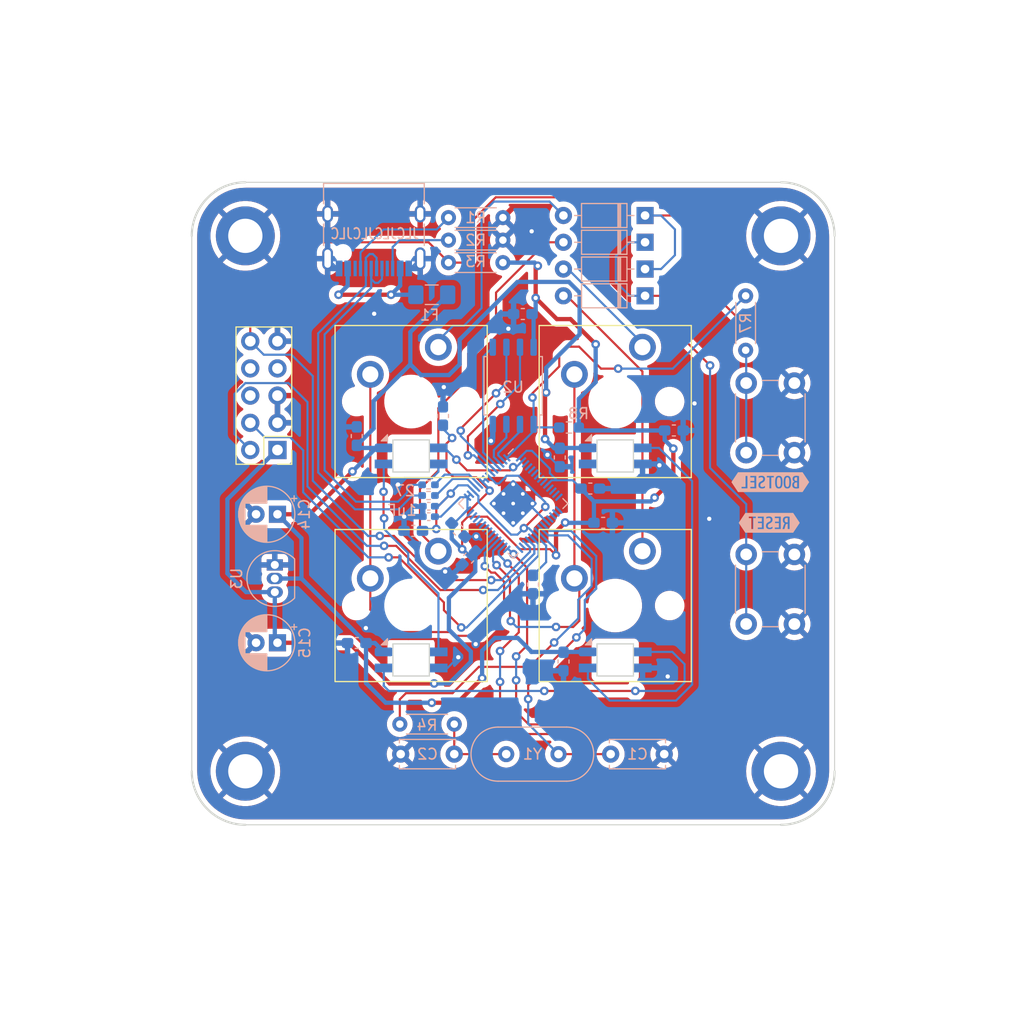
<source format=kicad_pcb>
(kicad_pcb (version 20211014) (generator pcbnew)
  (layers (0 "F.Cu" signal) (31 "B.Cu" signal) (34 "B.Paste" user) (35 "F.Paste" user) (36 "B.SilkS" user "B.Silkscreen") (37 "F.SilkS" user "F.Silkscreen") (38 "B.Mask" user) (39 "F.Mask" user) (44 "Edge.Cuts" user))
  (net 0 "")
  (net 1 "Net-(C1-Pad1)")
  (net 2 "GND")
  (net 3 "Net-(C2-Pad2)")
  (net 4 "+3V3")
  (net 5 "+1V1")
  (net 6 "+5V")
  (net 7 "Net-(D1-Pad2)")
  (net 8 "Net-(D1-Pad4)")
  (net 9 "Net-(D2-Pad4)")
  (net 10 "Net-(D3-Pad4)")
  (net 12 "ROW0")
  (net 13 "ROW1")
  (net 14 "VBUS")
  (net 15 "Net-(J1-PadA5)")
  (net 16 "D+")
  (net 17 "D-")
  (net 19 "Net-(J1-PadB5)")
  (net 21 "SWDIO")
  (net 22 "SWCLK")
  (net 26 "RESET")
  (net 27 "Net-(R4-Pad2)")
  (net 28 "Net-(R5-Pad1)")
  (net 29 "Net-(R6-Pad2)")
  (net 30 "FlashCS")
  (net 31 "Net-(R7-Pad2)")
  (net 32 "COL0")
  (net 33 "COL1")
  (net 34 "FlashIO1")
  (net 35 "FlashIO2")
  (net 36 "FlashIO0")
  (net 37 "FlashCLK")
  (net 38 "FlashIO3")
  (net 64 "Net-(D5-Pad2)")
  (net 65 "Net-(D6-Pad2)")
  (net 66 "Net-(D7-Pad2)")
  (net 67 "Net-(D8-Pad2)")
  (footprint "Switch_Keyboard_Cherry_MX:SW_Cherry_MX_PCB_1.00u" (layer "F.Cu") (at 139.525 120.475)
    (fp_text reference "SW5" hide)
    (fp_text value "SW_SPST")
  )
  (footprint "Switch_Keyboard_Cherry_MX:SW_Cherry_MX_PCB_1.00u" (layer "F.Cu") (at 120.475 120.475)
    (fp_text reference "SW3" hide)
    (fp_text value "SW_SPST")
  )
  (footprint "Connector_PinHeader_2.54mm:PinHeader_2x05_P2.54mm_Vertical" (layer "F.Cu") (at 108 125 180)
    (fp_text reference "J2" hide)
    (fp_text value "Conn_ARM_JTAG_SWD_10")
  )
  (footprint "MountingHole:MountingHole_3.2mm_M3_ISO14580_Pad" (layer "F.Cu") (at 105 155)
    (fp_text reference "REF**" hide)
    (fp_text value "MountingHole_3.2mm_M3_ISO14580_Pad")
  )
  (footprint "MountingHole:MountingHole_3.2mm_M3_ISO14580_Pad" (layer "F.Cu") (at 105 105)
    (fp_text reference "REF**" hide)
    (fp_text value "MountingHole_3.2mm_M3_ISO14580_Pad")
  )
  (footprint "MountingHole:MountingHole_3.2mm_M3_ISO14580_Pad" (layer "F.Cu") (at 155 155)
    (fp_text reference "REF**" hide)
    (fp_text value "MountingHole_3.2mm_M3_ISO14580_Pad")
  )
  (footprint "Switch_Keyboard_Cherry_MX:SW_Cherry_MX_PCB_1.00u" (layer "F.Cu") (at 120.475 139.525)
    (fp_text reference "SW4" hide)
    (fp_text value "SW_SPST")
  )
  (footprint "Switch_Keyboard_Cherry_MX:SW_Cherry_MX_PCB_1.00u" (layer "F.Cu") (at 139.525 139.525)
    (fp_text reference "SW6" hide)
    (fp_text value "SW_SPST")
  )
  (footprint "MountingHole:MountingHole_3.2mm_M3_ISO14580_Pad" (layer "F.Cu") (at 155 105)
    (fp_text reference "REF**" hide)
    (fp_text value "MountingHole_3.2mm_M3_ISO14580_Pad")
  )
  (footprint "Diode_THT:D_DO-35_SOD27_P7.62mm_Horizontal" (layer "B.Cu") (at 142.31 105.6 180)
    (fp_text reference "D6" hide)
    (fp_text value "1N4148")
  )
  (footprint "Capacitor_SMD:C_0603_1608Metric_Pad1.08x0.95mm_HandSolder" (layer "B.Cu") (at 134.7 144.75 -90)
    (fp_text reference "C18" hide)
    (fp_text value "100nF")
  )
  (footprint "Keebio:SK6812-MINI-E-mx" (layer "B.Cu") (at 139.525 139.525 180)
    (fp_text reference "D3" hide)
    (fp_text value "SK6812" hide)
    (fp_line (start -1.7 -6.58) (end -1.7 -3.58) (layer "Edge.Cuts") (width 0.12))
    (fp_line (start 1.7 -6.58) (end -1.7 -6.58) (layer "Edge.Cuts") (width 0.12))
    (fp_line (start -1.7 -3.58) (end 1.7 -3.58) (layer "Edge.Cuts") (width 0.12))
    (fp_line (start 1.7 -3.58) (end 1.7 -6.58) (layer "Edge.Cuts") (width 0.12))
  )
  (footprint "Diode_THT:D_DO-35_SOD27_P7.62mm_Horizontal" (layer "B.Cu") (at 142.31 110.6 180)
    (fp_text reference "D8" hide)
    (fp_text value "1N4148")
  )
  (footprint "Button_Switch_THT:SW_PUSH_6mm_H5mm" (layer "B.Cu") (at 156.25 141.25 90)
    (fp_text reference "SW1" hide)
    (fp_text value "SW_Push")
  )
  (footprint "Resistor_THT:R_Axial_DIN0204_L3.6mm_D1.6mm_P5.08mm_Horizontal" (layer "B.Cu") (at 124.5 150.6 180)
    (fp_text reference "R4")
    (fp_text value "1k")
  )
  (footprint "Capacitor_THT:CP_Radial_D5.0mm_P2.00mm" (layer "B.Cu") (at 108 131 180)
    (fp_text reference "C14")
    (fp_text value "10uF")
  )
  (footprint "Resistor_SMD:R_0402_1005Metric_Pad0.72x0.64mm_HandSolder" (layer "B.Cu") (at 122.1 128.25 180)
    (fp_text reference "R5" hide)
    (fp_text value "27")
  )
  (footprint "Fuse:Fuse_1206_3216Metric_Pad1.42x1.75mm_HandSolder" (layer "B.Cu") (at 122.4 110.5 180)
    (fp_text reference "F1")
    (fp_text value "PTC 500mA")
  )
  (footprint "Diode_THT:D_DO-35_SOD27_P7.62mm_Horizontal" (layer "B.Cu") (at 142.31 108.1 180)
    (fp_text reference "D7" hide)
    (fp_text value "1N4148")
  )
  (footprint "Capacitor_THT:C_Disc_D5.0mm_W2.5mm_P5.00mm" (layer "B.Cu") (at 119.5 153.4)
    (fp_text reference "C2")
    (fp_text value "27pF")
  )
  (footprint "Capacitor_SMD:C_0603_1608Metric_Pad1.08x0.95mm_HandSolder" (layer "B.Cu") (at 115.4 143.025)
    (fp_text reference "C17" hide)
    (fp_text value "100nF")
  )
  (footprint "Capacitor_SMD:C_0603_1608Metric_Pad1.08x0.95mm_HandSolder" (layer "B.Cu") (at 125.85 135.1 -135)
    (fp_text reference "C5" hide)
    (fp_text value "100nF")
  )
  (footprint "Connector_USB:USB_C_Receptacle_HRO_TYPE-C-31-M-12" (layer "B.Cu") (at 117 104)
    (fp_text reference "J1" hide)
    (fp_text value "USB_C_Receptacle_USB2.0")
  )
  (footprint "Capacitor_SMD:C_0603_1608Metric_Pad1.08x0.95mm_HandSolder" (layer "B.Cu") (at 123.45 121.825 90)
    (fp_text reference "C12" hide)
    (fp_text value "100nF")
  )
  (footprint "Resistor_SMD:R_0603_1608Metric_Pad0.98x0.95mm_HandSolder" (layer "B.Cu") (at 135.2125 122.9 180)
    (fp_text reference "R8")
    (fp_text value "DNF")
  )
  (footprint "MCU_RaspberryPi_and_Boards:RP2040-QFN-56" (layer "B.Cu") (at 130 130 -135)
    (fp_text reference "U1" hide)
    (fp_text value "RP2040")
  )
  (footprint "Crystal:Crystal_HC49-4H_Vertical" (layer "B.Cu") (at 129.35 153.4)
    (fp_text reference "Y1")
    (fp_text value "12MHz")
  )
  (footprint "Capacitor_SMD:C_0402_1005Metric_Pad0.74x0.62mm_HandSolder" (layer "B.Cu") (at 122.125 130.25 180)
    (fp_text reference "C4" hide)
    (fp_text value "1uF")
  )
  (footprint "Resistor_THT:R_Axial_DIN0204_L3.6mm_D1.6mm_P5.08mm_Horizontal" (layer "B.Cu") (at 151.7 110.6 -90)
    (fp_text reference "R7")
    (fp_text value "1k")
  )
  (footprint "kibuzzard-6390E1A9" (layer "B.Cu") (at 153.9 131.8 180)
    (fp_text reference "kibuzzard-6390E1A9" hide)
    (fp_text value "G***" hide)
  )
  (footprint "Capacitor_SMD:C_0603_1608Metric_Pad1.08x0.95mm_HandSolder" (layer "B.Cu") (at 138.4 131.8)
    (fp_text reference "C11" hide)
    (fp_text value "100nF")
  )
  (footprint "Keebio:SK6812-MINI-E-mx" (layer "B.Cu") (at 120.475 120.475 180)
    (fp_text reference "D1" hide)
    (fp_text value "SK6812" hide)
    (fp_line (start -1.7 -3.58) (end 1.7 -3.58) (layer "Edge.Cuts") (width 0.12))
    (fp_line (start -1.7 -6.58) (end -1.7 -3.58) (layer "Edge.Cuts") (width 0.12))
    (fp_line (start 1.7 -3.58) (end 1.7 -6.58) (layer "Edge.Cuts") (width 0.12))
    (fp_line (start 1.7 -6.58) (end -1.7 -6.58) (layer "Edge.Cuts") (width 0.12))
  )
  (footprint "Package_TO_SOT_THT:TO-92_Inline" (layer "B.Cu") (at 107.75 135.73 -90)
    (fp_text reference "U3")
    (fp_text value "MCP1700-3302E_TO92")
  )
  (footprint "Capacitor_THT:CP_Radial_D5.0mm_P2.00mm" (layer "B.Cu") (at 108 143 180)
    (fp_text reference "C15")
    (fp_text value "10uF")
  )
  (footprint "Capacitor_SMD:C_0603_1608Metric_Pad1.08x0.95mm_HandSolder" (layer "B.Cu") (at 137.2 128.6)
    (fp_text reference "C9" hide)
    (fp_text value "100nF")
  )
  (footprint "Capacitor_SMD:C_0402_1005Metric_Pad0.74x0.62mm_HandSolder" (layer "B.Cu") (at 122.125 131.225 180)
    (fp_text reference "C3" hide)
    (fp_text value "1uF")
  )
  (footprint "Capacitor_SMD:C_0603_1608Metric_Pad1.08x0.95mm_HandSolder" (layer "B.Cu") (at 134.35 125.7 -90)
    (fp_text reference "C19" hide)
    (fp_text value "100nF")
  )
  (footprint "Resistor_SMD:R_0402_1005Metric_Pad0.72x0.64mm_HandSolder" (layer "B.Cu") (at 122.1 129.25)
    (fp_text reference "R6" hide)
    (fp_text value "27")
  )
  (footprint "Capacitor_SMD:C_0603_1608Metric_Pad1.08x0.95mm_HandSolder" (layer "B.Cu") (at 130.9 112.3 180)
    (fp_text reference "C13" hide)
    (fp_text value "100nF")
  )
  (footprint "Resistor_THT:R_Axial_DIN0204_L3.6mm_D1.6mm_P5.08mm_Horizontal" (layer "B.Cu") (at 123.96 107.5)
    (fp_text reference "R3")
    (fp_text value "10k")
  )
  (footprint "Capacitor_SMD:C_0603_1608Metric_Pad1.08x0.95mm_HandSolder" (layer "B.Cu") (at 124.875 132.475 -45)
    (fp_text reference "C10" hide)
    (fp_text value "100nF")
  )
  (footprint "Keebio:SK6812-MINI-E-mx" (layer "B.Cu") (at 120.475 139.525 180)
    (fp_text reference "D2" hide)
    (fp_text value "SK6812" hide)
    (fp_line (start 1.7 -3.58) (end 1.7 -6.58) (layer "Edge.Cuts") (width 0.12))
    (fp_line (start -1.7 -6.58) (end -1.7 -3.58) (layer "Edge.Cuts") (width 0.12))
    (fp_line (start 1.7 -6.58) (end -1.7 -6.58) (layer "Edge.Cuts") (width 0.12))
    (fp_line (start -1.7 -3.58) (end 1.7 -3.58) (layer "Edge.Cuts") (width 0.12))
  )
  (footprint "Package_SO:SOIC-8_5.23x5.23mm_P1.27mm" (layer "B.Cu") (at 130 119 90)
    (fp_text reference "U2")
    (fp_text value "W25Q128JVS")
  )
  (footprint "Button_Switch_THT:SW_PUSH_6mm_H5mm" (layer "B.Cu") (at 156.25 125.25 90)
    (fp_text reference "SW2" hide)
    (fp_text value "SW_Push")
  )
  (footprint "Capacitor_SMD:C_0603_1608Metric_Pad1.08x0.95mm_HandSolder" (layer "B.Cu") (at 145 123.175)
    (fp_text reference "C7" hide)
    (fp_text value "100nF")
  )
  (footprint "Capacitor_SMD:C_0603_1608Metric_Pad1.08x0.95mm_HandSolder" (layer "B.Cu") (at 120.675 132.55 180)
    (fp_text reference "C6" hide)
    (fp_text value "100nF")
  )
  (footprint "Capacitor_THT:C_Disc_D5.0mm_W2.5mm_P5.00mm" (layer "B.Cu") (at 139.1 153.4)
    (fp_text reference "C1")
    (fp_text value "27pF")
  )
  (footprint "Resistor_THT:R_Axial_DIN0204_L3.6mm_D1.6mm_P5.08mm_Horizontal" (layer "B.Cu") (at 129.04 103.3 180)
    (fp_text reference "R1")
    (fp_text value "5.1k")
  )
  (footprint "Keebio:SK6812-MINI-E-mx" (layer "B.Cu") (at 139.525 120.475 180)
    (fp_text reference "D4" hide)
    (fp_text value "SK6812" hide)
    (fp_line (start -1.7 -3.58) (end 1.7 -3.58) (layer "Edge.Cuts") (width 0.12))
    (fp_line (start -1.7 -6.58) (end -1.7 -3.58) (layer "Edge.Cuts") (width 0.12))
    (fp_line (start 1.7 -6.58) (end -1.7 -6.58) (layer "Edge.Cuts") (width 0.12))
    (fp_line (start 1.7 -3.58) (end 1.7 -6.58) (layer "Edge.Cuts") (width 0.12))
  )
  (footprint "Capacitor_SMD:C_0603_1608Metric_Pad1.08x0.95mm_HandSolder" (layer "B.Cu") (at 115.4 123.7 -90)
    (fp_text reference "C16" hide)
    (fp_text value "100nF")
  )
  (footprint "Resistor_THT:R_Axial_DIN0204_L3.6mm_D1.6mm_P5.08mm_Horizontal" (layer "B.Cu") (at 129.04 105.4 180)
    (fp_text reference "R2")
    (fp_text value "5.1k")
  )
  (footprint "Capacitor_SMD:C_0603_1608Metric_Pad1.08x0.95mm_HandSolder" (layer "B.Cu") (at 131.85 137.5625 -90)
    (fp_text reference "C8" hide)
    (fp_text value "100nF")
  )
  (footprint "Diode_THT:D_DO-35_SOD27_P7.62mm_Horizontal" (layer "B.Cu") (at 142.31 103.1 180)
    (fp_text reference "D5" hide)
    (fp_text value "1N4148")
  )
  (footprint "kibuzzard-6390E1BA" (layer "B.Cu") (at 154 128 180)
    (fp_text reference "kibuzzard-6390E1BA" hide)
    (fp_text value "G***" hide)
  )
  (gr_arc (start 155 100) (mid 158.535534 101.464466) (end 160 105) (layer "Edge.Cuts") (width 0.2))
  (gr_arc (start 160 155) (mid 158.535534 158.535534) (end 155 160) (layer "Edge.Cuts") (width 0.2))
  (gr_line (start 105 100) (end 155 100) (layer "Edge.Cuts") (width 0.1))
  (gr_line (start 100 155) (end 100 105) (layer "Edge.Cuts") (width 0.1))
  (gr_line (start 155 160) (end 105 160) (layer "Edge.Cuts") (width 0.1))
  (gr_line (start 160 105) (end 160 155) (layer "Edge.Cuts") (width 0.1))
  (gr_arc (start 105 160) (mid 101.464466 158.535534) (end 100 155) (layer "Edge.Cuts") (width 0.2))
  (gr_arc (start 100 105) (mid 101.464466 101.464466) (end 105 100) (layer "Edge.Cuts") (width 0.2))
  (gr_text "JLCJLCJLCJLC" (at 117.075 104.8) (layer "B.SilkS") (effects (font (size 1 0.8)) (justify mirror)))
  (segment (start 135.9 142.5) (end 131.4 147) (width 0.2) (layer "F.Cu") (net 1))
  (segment (start 131.4 147) (end 131.4 148.25) (width 0.2) (layer "F.Cu") (net 1))
  (segment (start 134.23 153.4) (end 139.1 153.4) (width 0.2) (layer "F.Cu") (net 1))
  (via (at 135.9 142.5) (size 0.8) (drill 0.4) (layers "F.Cu" "B.Cu") (net 1))
  (via (at 131.4 148.25) (size 0.8) (drill 0.4) (layers "F.Cu" "B.Cu") (net 1))
  (segment (start 137.75 134.9) (end 137.75 137.95) (width 0.2) (layer "B.Cu") (net 1))
  (segment (start 137.75 137.95) (end 136.9625 138.7375) (width 0.2) (layer "B.Cu") (net 1))
  (segment (start 136.6875 141.7125) (end 135.9 142.5) (width 0.2) (layer "B.Cu") (net 1))
  (segment (start 132.854944 132.006415) (end 133.399264 132.550736) (width 0.2) (layer "B.Cu") (net 1))
  (segment (start 136.9625 138.7375) (end 136.6875 139.0125) (width 0.2) (layer "B.Cu") (net 1))
  (segment (start 131.4 150.57) (end 134.23 153.4) (width 0.2) (layer "B.Cu") (net 1))
  (segment (start 136.6875 139.0125) (end 136.6875 141.7125) (width 0.2) (layer "B.Cu") (net 1))
  (segment (start 133.399264 132.550736) (end 135.400736 132.550736) (width 0.2) (layer "B.Cu") (net 1))
  (segment (start 135.400736 132.550736) (end 137.75 134.9) (width 0.2) (layer "B.Cu") (net 1))
  (segment (start 131.4 148.25) (end 131.4 150.57) (width 0.2) (layer "B.Cu") (net 1))
  (segment (start 125.45 136.35) (end 123.65 136.35) (width 0.2) (layer "F.Cu") (net 2))
  (segment (start 126.825 133.35) (end 126.825 134.975) (width 0.2) (layer "F.Cu") (net 2))
  (segment (start 120.225 142.65) (end 118.325 142.65) (width 0.2) (layer "F.Cu") (net 2))
  (segment (start 126.825 134.975) (end 126.825 135.1) (width 0.2) (layer "F.Cu") (net 2))
  (segment (start 126.825 134.975) (end 125.45 136.35) (width 0.2) (layer "F.Cu") (net 2))
  (segment (start 124.875 144.35) (end 123.175 142.65) (width 0.2) (layer "F.Cu") (net 2))
  (segment (start 118.325 142.65) (end 117.275 142.65) (width 0.2) (layer "F.Cu") (net 2))
  (segment (start 117.275 142.65) (end 116.25 141.625) (width 0.2) (layer "F.Cu") (net 2))
  (segment (start 126.55 133.075) (end 126.825 133.35) (width 0.2) (layer "F.Cu") (net 2))
  (segment (start 123.175 142.65) (end 120.225 142.65) (width 0.2) (layer "F.Cu") (net 2))
  (via (at 119.25 128.225) (size 0.8) (drill 0.4) (layers "F.Cu" "B.Cu") (net 2))
  (via (at 131.725 104.575) (size 0.8) (drill 0.4) (layers "F.Cu" "B.Cu") (net 2))
  (via (at 129.55 113.675) (size 0.8) (drill 0.4) (layers "F.Cu" "B.Cu") (net 2))
  (via (at 127.925 124.15) (size 0.8) (drill 0.4) (layers "F.Cu" "B.Cu") (net 2))
  (via (at 148.3 131.425) (size 0.8) (drill 0.4) (layers "F.Cu" "B.Cu") (net 2))
  (via (at 126.55 133.075) (size 0.8) (drill 0.4) (layers "F.Cu" "B.Cu") (net 2))
  (via (at 126.5 143.125) (size 0.8) (drill 0.4) (layers "F.Cu" "B.Cu") (net 2))
  (via (at 143.65 126.425) (size 0.8) (drill 0.4) (layers "F.Cu" "B.Cu") (net 2))
  (via (at 119.825 131.225) (size 0.8) (drill 0.4) (layers "F.Cu" "B.Cu") (net 2))
  (via (at 124.875 144.35) (size 0.8) (drill 0.4) (layers "F.Cu" "B.Cu") (net 2))
  (via (at 123.65 136.35) (size 0.8) (drill 0.4) (layers "F.Cu" "B.Cu") (net 2))
  (via (at 116.25 141.625) (size 0.8) (drill 0.4) (layers "F.Cu" "B.Cu") (net 2))
  (via (at 133.2 125.45) (size 0.8) (drill 0.4) (layers "F.Cu" "B.Cu") (net 2))
  (via (at 123.525 119.125) (size 0.8) (drill 0.4) (layers "F.Cu" "B.Cu") (net 2))
  (via (at 117.025 112.275) (size 0.8) (drill 0.4) (layers "F.Cu" "B.Cu") (net 2))
  (via (at 146.925 120.65) (size 0.8) (drill 0.4) (layers "F.Cu" "B.Cu") (net 2))
  (via (at 144.425 146.15) (size 0.8) (drill 0.4) (layers "F.Cu" "B.Cu") (net 2))
  (segment (start 123.65 136.35) (end 124.6 136.35) (width 0.2) (layer "B.Cu") (net 2))
  (segment (start 123.87 145.355) (end 124.875 144.35) (width 0.2) (layer "B.Cu") (net 2))
  (segment (start 134.35 126.5625) (end 134.3125 126.5625) (width 0.2) (layer "B.Cu") (net 2))
  (segment (start 113.75 108.045) (end 113.595 108.045) (width 0.2) (layer "B.Cu") (net 2))
  (segment (start 122.225 136.35) (end 120.9 135.025) (width 0.2) (layer "B.Cu") (net 2))
  (segment (start 123.65 136.35) (end 122.225 136.35) (width 0.2) (layer "B.Cu") (net 2))
  (segment (start 120.405 108.045) (end 121.32 107.13) (width 0.2) (layer "B.Cu") (net 2))
  (segment (start 123.025 126.305) (end 123.025 127.025) (width 0.2) (layer "B.Cu") (net 2))
  (segment (start 134.3125 126.5625) (end 133.2 125.45) (width 0.2) (layer "B.Cu") (net 2))
  (segment (start 133.137786 131.723573) (end 131.414213 130) (width 0.2) (layer "B.Cu") (net 2))
  (segment (start 125.49476 133.075) (end 126.55 133.075) (width 0.2) (layer "B.Cu") (net 2))
  (segment (start 131.414213 130) (end 130 130) (width 0.2) (layer "B.Cu") (net 2))
  (segment (start 120.9 135.025) (end 120.9 133.6375) (width 0.2) (layer "B.Cu") (net 2))
  (segment (start 120.325 127.625) (end 119.85 127.625) (width 0.2) (layer "B.Cu") (net 2))
  (segment (start 120.25 108.045) (end 120.405 108.045) (width 0.2) (layer "B.Cu") (net 2))
  (segment (start 123.025 127.025) (end 122.675 127.375) (width 0.2) (layer "B.Cu") (net 2))
  (segment (start 113.595 108.045) (end 112.68 107.13) (width 0.2) (layer "B.Cu") (net 2))
  (segment (start 125.48488 133.08488) (end 125.49476 133.075) (width 0.2) (layer "B.Cu") (net 2))
  (segment (start 124.6 136.35) (end 125.24012 135.70988) (width 0.2) (layer "B.Cu") (net 2))
  (segment (start 122.425 127.625) (end 120.325 127.625) (width 0.2) (layer "B.Cu") (net 2))
  (segment (start 119.85 127.625) (end 119.25 128.225) (width 0.2) (layer "B.Cu") (net 2))
  (segment (start 122.675 127.375) (end 122.425 127.625) (width 0.2) (layer "B.Cu") (net 2))
  (segment (start 120.9 133.6375) (end 119.8125 132.55) (width 0.2) (layer "B.Cu") (net 2))
  (segment (start 123.025 145.355) (end 123.87 145.355) (width 0.2) (layer "B.Cu") (net 2))
  (segment (start 124.5 153.4) (end 124.5 150.6) (width 0.2) (layer "F.Cu") (net 3))
  (segment (start 124.5 153.4) (end 129.35 153.4) (width 0.2) (layer "F.Cu") (net 3))
  (segment (start 130.6125 134.2625) (end 127.575 131.225) (width 0.2) (layer "F.Cu") (net 4))
  (segment (start 123.775 126.9) (end 123.775 125.175) (width 0.2) (layer "F.Cu") (net 4))
  (segment (start 127.575 131.225) (end 125.775 131.225) (width 0.2) (layer "F.Cu") (net 4))
  (segment (start 125.775 130.825) (end 125.775 131.225) (width 0.2) (layer "F.Cu") (net 4))
  (segment (start 133.4375 134.2625) (end 130.6125 134.2625) (width 0.2) (layer "F.Cu") (net 4))
  (segment (start 118.475 146.8) (end 122.625 146.8) (width 0.4) (layer "F.Cu") (net 4))
  (segment (start 135.35 112.775) (end 134.075 112.775) (width 0.4) (layer "F.Cu") (net 4))
  (segment (start 124.425 127.55) (end 123.775 126.9) (width 0.2) (layer "F.Cu") (net 4))
  (segment (start 134 134.825) (end 133.4375 134.2625) (width 0.2) (layer "F.Cu") (net 4))
  (segment (start 123.775 124.4) (end 124.3 123.875) (width 0.2) (layer "F.Cu") (net 4))
  (segment (start 123.775 125.175) (end 123.775 124.4) (width 0.2) (layer "F.Cu") (net 4))
  (segment (start 134.85 131.775) (end 134 132.625) (width 0.4) (layer "F.Cu") (net 4))
  (segment (start 132.1 108) (end 132.1 110.8) (width 0.4) (layer "F.Cu") (net 4))
  (segment (start 132.3 107.8) (end 132.1 108) (width 0.4) (layer "F.Cu") (net 4))
  (segment (start 143.2 129.45) (end 144.95 127.7) (width 0.4) (layer "F.Cu") (net 4))
  (segment (start 127.8 128.8) (end 126.55 127.55) (width 0.2) (layer "F.Cu") (net 4))
  (segment (start 144.95 127.7) (end 144.95 124.875) (width 0.4) (layer "F.Cu") (net 4))
  (segment (start 127.8 128.8) (end 125.775 130.825) (width 0.2) (layer "F.Cu") (net 4))
  (segment (start 134 132.625) (end 134 134.825) (width 0.4) (layer "F.Cu") (net 4))
  (segment (start 114.675 143) (end 118.475 146.8) (width 0.4) (layer "F.Cu") (net 4))
  (segment (start 126.55 127.55) (end 124.425 127.55) (width 0.2) (layer "F.Cu") (net 4))
  (segment (start 125.2375 131.7625) (end 125.2375 134.2625) (width 0.2) (layer "F.Cu") (net 4))
  (segment (start 108 143) (end 114.675 143) (width 0.4) (layer "F.Cu") (net 4))
  (segment (start 134.075 112.775) (end 132.1 110.8) (width 0.4) (layer "F.Cu") (net 4))
  (segment (start 125.775 131.225) (end 125.2375 131.7625) (width 0.2) (layer "F.Cu") (net 4))
  (segment (start 137.7 115.125) (end 135.35 112.775) (width 0.4) (layer "F.Cu") (net 4))
  (via (at 134 134.825) (size 0.8) (drill 0.4) (layers "F.Cu" "B.Cu") (net 4))
  (via (at 125.2375 134.2625) (size 0.8) (drill 0.4) (layers "F.Cu" "B.Cu") (net 4))
  (via (at 132.3 107.8) (size 0.8) (drill 0.4) (layers "F.Cu" "B.Cu") (net 4))
  (via (at 124.3 123.875) (size 0.8) (drill 0.4) (layers "F.Cu" "B.Cu") (net 4))
  (via (at 143.2 129.45) (size 0.8) (drill 0.4) (layers "F.Cu" "B.Cu") (net 4))
  (via (at 144.95 124.875) (size 0.8) (drill 0.4) (layers "F.Cu" "B.Cu") (net 4))
  (via (at 134.85 131.775) (size 0.8) (drill 0.4) (layers "F.Cu" "B.Cu") (net 4))
  (via (at 122.625 146.8) (size 0.8) (drill 0.4) (layers "F.Cu" "B.Cu") (net 4))
  (via (at 132.1 110.8) (size 0.8) (drill 0.4) (layers "F.Cu" "B.Cu") (net 4))
  (via (at 127.8 128.8) (size 0.8) (drill 0.4) (layers "F.Cu" "B.Cu") (net 4))
  (via (at 137.7 115.125) (size 0.8) (drill 0.4) (layers "F.Cu" "B.Cu") (net 4))
  (segment (start 137.5375 129.8) (end 136.3375 128.6) (width 0.4) (layer "B.Cu") (net 4))
  (segment (start 144.1375 123.175) (end 136.4 123.175) (width 0.4) (layer "B.Cu") (net 4))
  (segment (start 126.45988 135.31512) (end 126.45988 134.49012) (width 0.4) (layer "B.Cu") (net 4))
  (segment (start 136.125 122.9) (end 136.125 120.225) (width 0.4) (layer "B.Cu") (net 4))
  (segment (start 135.5625 127.825) (end 136.3375 128.6) (width 0.2) (layer "B.Cu") (net 4))
  (segment (start 132.1 111.9625) (end 131.7625 112.3) (width 0.4) (layer "B.Cu") (net 4))
  (segment (start 126.45988 135.31512) (end 126.29012 135.31512) (width 0.4) (layer "B.Cu") (net 4))
  (segment (start 124.26512 131.86512) (end 124.457925 131.86512) (width 0.2) (layer "B.Cu") (net 4))
  (segment (start 134.075 127.825) (end 135.5625 127.825) (width 0.2) (layer "B.Cu") (net 4))
  (segment (start 125.730843 130.592203) (end 125.261523 131.061523) (width 0.2) (layer "B.Cu") (net 4))
  (segment (start 125.730843 129.407798) (end 125.067202 129.407798) (width 0.2) (layer "B.Cu") (net 4))
  (segment (start 126.45988 136.34012) (end 124 138.8) (width 0.4) (layer "B.Cu") (net 4))
  (segment (start 124.457925 131.86512) (end 125.730843 130.592202) (width 0.2) (layer "B.Cu") (net 4))
  (segment (start 132.1 110.8) (end 132.1 111.9625) (width 0.4) (layer "B.Cu") (net 4))
  (segment (start 108 143) (end 107.75 142.75) (width 0.4) (layer "B.Cu") (net 4))
  (segment (start 128.276427 133.137786) (end 126.924093 134.49012) (width 0.2) (layer "B.Cu") (net 4))
  (segment (start 131.905 115.4) (end 131.905 112.4425) (width 0.4) (layer "B.Cu") (net 4))
  (segment (start 127.145056 127.993585) (end 127.8 128.648529) (width 0.2) (layer "B.Cu") (net 4))
  (segment (start 125.730843 130.592202) (end 125.261523 131.061523) (width 0.2) (layer "B.Cu") (net 4))
  (segment (start 142.85 129.8) (end 143.2 129.45) (width 0.4) (layer "B.Cu") (net 4))
  (segment (start 129.04 107.5) (end 132 107.5) (width 0.4) (layer "B.Cu") (net 4))
  (segment (start 124 138.8) (end 124 141.775) (width 0.4) (layer "B.Cu") (net 4))
  (segment (start 126.29012 135.31512) (end 125.2375 134.2625) (width 0.4) (layer "B.Cu") (net 4))
  (segment (start 124.3 123.875) (end 123.45 123.025) (width 0.2) (layer "B.Cu") (net 4))
  (segment (start 126.05 143.825) (end 126.05 144.775) (width 0.4) (layer "B.Cu") (net 4))
  (segment (start 134 134.282843) (end 134 134.825) (width 0.2) (layer "B.Cu") (net 4))
  (segment (start 144.95 124.875) (end 144.1375 124.0625) (width 0.4) (layer "B.Cu") (net 4))
  (segment (start 132 107.5) (end 132.3 107.8) (width 0.4) (layer "B.Cu") (net 4))
  (segment (start 124.025 146.8) (end 122.625 146.8) (width 0.4) (layer "B.Cu") (net 4))
  (segment (start 126.924093 134.49012) (end 126.45988 134.49012) (width 0.2) (layer "B.Cu") (net 4))
  (segment (start 131.905 112.4425) (end 131.7625 112.3) (width 0.4) (layer "B.Cu") (net 4))
  (segment (start 132.289258 132.572101) (end 134 134.282843) (width 0.2) (layer "B.Cu") (net 4))
  (segment (start 130.592202 125.730843) (end 131.248045 125.075) (width 0.2) (layer "B.Cu") (net 4))
  (segment (start 137.5375 131.8) (end 137.5375 129.8) (width 0.4) (layer "B.Cu") (net 4))
  (segment (start 103.325 136.525) (end 105.07 138.27) (width 0.4) (layer "B.Cu") (net 4))
  (segment (start 103.325 136.525) (end 103.325 129.6) (width 0.4) (layer "B.Cu") (net 4))
  (segment (start 131.248045 125.075) (end 131.75 125.075) (width 0.2) (layer "B.Cu") (net 4))
  (segment (start 137.5375 131.8) (end 134.875 131.8) (width 0.4) (layer "B.Cu") (net 4))
  (segment (start 126.45988 135.31512) (end 126.45988 136.34012) (width 0.4) (layer "B.Cu") (net 4))
  (segment (start 134.875 131.8) (end 134.85 131.775) (width 0.4) (layer "B.Cu") (net 4))
  (segment (start 144.1375 124.0625) (end 144.1375 123.175) (width 0.4) (layer "B.Cu") (net 4))
  (segment (start 127.8 128.648529) (end 127.8 128.8) (width 0.2) (layer "B.Cu") (net 4))
  (segment (start 136.125 120.225) (end 137.55 118.8) (width 0.4) (layer "B.Cu") (net 4))
  (segment (start 125.067202 129.407798) (end 123.25 131.225) (width 0.2) (layer "B.Cu") (net 4))
  (segment (start 123.45 123.025) (end 123.45 122.6875) (width 0.2) (layer "B.Cu") (net 4))
  (segment (start 125.730843 129.407798) (end 125.730843 130.592203) (width 0.2) (layer "B.Cu") (net 4))
  (segment (start 103.325 129.6) (end 107.925 125) (width 0.4) (layer "B.Cu") (net 4))
  (segment (start 125.2375 134.2625) (end 124.26512 133.29012) (width 0.4) (layer "B.Cu") (net 4))
  (segment (start 107.75 142.75) (end 107.75 138.27) (width 0.4) (layer "B.Cu") (net 4))
  (segment (start 133.425 127.175) (end 134.075 127.825) (width 0.2) (layer "B.Cu") (net 4))
  (segment (start 123.25 131.225) (end 122.6925 131.225) (width 0.2) (layer "B.Cu") (net 4))
  (segment (start 133.425 126.75) (end 133.425 127.175) (width 0.2) (layer "B.Cu") (net 4))
  (segment (start 137.5375 129.8) (end 142.85 129.8) (width 0.4) (layer "B.Cu") (net 4))
  (segment (start 126.013686 129.124955) (end 125.730843 129.407798) (width 0.2) (layer "B.Cu") (net 4))
  (segment (start 124 141.775) (end 126.05 143.825) (width 0.4) (layer "B.Cu") (net 4))
  (segment (start 133.137786 128.276427) (end 133.589213 127.825) (width 0.2) (layer "B.Cu") (net 4))
  (segment (start 133.589213 127.825) (end 134.075 127.825) (width 0.2) (layer "B.Cu") (net 4))
  (segment (start 137.55 118.8) (end 137.7 118.65) (width 0.4) (layer "B.Cu") (net 4))
  (segment (start 137.7 118.65) (end 137.7 115.125) (width 0.4) (layer "B.Cu") (net 4))
  (segment (start 131.75 125.075) (end 133.425 126.75) (width 0.2) (layer "B.Cu") (net 4))
  (segment (start 136.4 123.175) (end 136.125 122.9) (width 0.4) (layer "B.Cu") (net 4))
  (segment (start 107.925 125) (end 108 125) (width 0.4) (layer "B.Cu") (net 4))
  (segment (start 124.26512 133.29012) (end 124.26512 131.86512) (width 0.4) (layer "B.Cu") (net 4))
  (segment (start 105.07 138.27) (end 107.75 138.27) (width 0.4) (layer "B.Cu") (net 4))
  (segment (start 127.427899 127.710742) (end 127.145056 127.993585) (width 0.2) (layer "B.Cu") (net 4))
  (segment (start 126.05 144.775) (end 124.025 146.8) (width 0.4) (layer "B.Cu") (net 4))
  (segment (start 122.825 130.425) (end 122.825 132.375) (width 0.2) (layer "F.Cu") (net 5))
  (segment (start 133 130.3) (end 131 132.3) (width 0.2) (layer "F.Cu") (net 5))
  (segment (start 124.175 129.075) (end 122.825 130.425) (width 0.2) (layer "F.Cu") (net 5))
  (via (at 133 130.3) (size 0.8) (drill 0.4) (layers "F.Cu" "B.Cu") (net 5))
  (via (at 122.825 132.375) (size 0.8) (drill 0.4) (layers "F.Cu" "B.Cu") (net 5))
  (via (at 131 132.3) (size 0.8) (drill 0.4) (layers "F.Cu" "B.Cu") (net 5))
  (via (at 124.175 129.075) (size 0.8) (drill 0.4) (layers "F.Cu" "B.Cu") (net 5))
  (segment (start 130.525 127.4) (end 129.975 127.4) (width 0.2) (layer "B.Cu") (net 5))
  (segment (start 128.682843 128.117157) (end 128.8 128) (width 0.2) (layer "B.Cu") (net 5))
  (segment (start 126.754415 129.854415) (end 126.754415 129.3) (width 0.2) (layer "B.Cu") (net 5))
  (segment (start 126.296528 128.842113) (end 126.754415 129.3) (width 0.2) (layer "B.Cu") (net 5))
  (segment (start 126.296528 128.842113) (end 125.754415 128.3) (width 0.2) (layer "B.Cu") (net 5))
  (segment (start 131.451471 132.3) (end 131 132.3) (width 0.2) (layer "B.Cu") (net 5))
  (segment (start 128.4 128.117157) (end 127.710742 127.427899) (width 0.2) (layer "B.Cu") (net 5))
  (segment (start 124.875 128.3) (end 124.175 129) (width 0.2) (layer "B.Cu") (net 5))
  (segment (start 133 129.875) (end 130.875 127.75) (width 0.2) (layer "B.Cu") (net 5))
  (segment (start 122.6925 130.25) (end 123 130.25) (width 0.2) (layer "B.Cu") (net 5))
  (segment (start 122.825 132.375) (end 121.7125 132.375) (width 0.2) (layer "B.Cu") (net 5))
  (segment (start 129.975 127.4) (end 129.4 127.4) (width 0.2) (layer "B.Cu") (net 5))
  (segment (start 130.875 127.75) (end 130.525 127.4) (width 0.2) (layer "B.Cu") (net 5))
  (segment (start 133.075735 133.924265) (end 132.006415 132.854944) (width 0.2) (layer "B.Cu") (net 5))
  (segment (start 129.4 127.4) (end 128.8 128) (width 0.2) (layer "B.Cu") (net 5))
  (segment (start 130.4 132.9) (end 129.8 132.9) (width 0.2) (layer "B.Cu") (net 5))
  (segment (start 132.006415 132.854944) (end 131.451471 132.3) (width 0.2) (layer "B.Cu") (net 5))
  (segment (start 133.075735 135.474265) (end 131.85 136.7) (width 0.2) (layer "B.Cu") (net 5))
  (segment (start 123 130.25) (end 124.175 129.075) (width 0.2) (layer "B.Cu") (net 5))
  (segment (start 121.7125 132.375) (end 121.5375 132.55) (width 0.2) (layer "B.Cu") (net 5))
  (segment (start 129.8 132.9) (end 126.754415 129.854415) (width 0.2) (layer "B.Cu") (net 5))
  (segment (start 131 132.3) (end 130.4 132.9) (width 0.2) (layer "B.Cu") (net 5))
  (segment (start 128.4 128.117157) (end 128.682843 128.117157) (width 0.2) (layer "B.Cu") (net 5))
  (segment (start 133.075735 133.924265) (end 133.075735 135.474265) (width 0.2) (layer "B.Cu") (net 5))
  (segment (start 124.175 129) (end 124.175 129.075) (width 0.2) (layer "B.Cu") (net 5))
  (segment (start 125.754415 128.3) (end 124.875 128.3) (width 0.2) (layer "B.Cu") (net 5))
  (segment (start 133 130.3) (end 133 129.875) (width 0.2) (layer "B.Cu") (net 5))
  (segment (start 132.975 123.975) (end 132.975 119.725) (width 0.4) (layer "F.Cu") (net 6))
  (segment (start 132.975 119.725) (end 133.075 119.625) (width 0.4) (layer "F.Cu") (net 6))
  (segment (start 127.1 146.3) (end 124.8 148.6) (width 0.4) (layer "F.Cu") (net 6))
  (segment (start 124.8 148.6) (end 122.4 148.6) (width 0.4) (layer "F.Cu") (net 6))
  (segment (start 111 131) (end 108 131) (width 0.4) (layer "F.Cu") (net 6))
  (segment (start 115 127) (end 111 131) (width 0.4) (layer "F.Cu") (net 6))
  (via (at 133.075 119.625) (size 0.8) (drill 0.4) (layers "F.Cu" "B.Cu") (net 6))
  (via (at 132.975 123.975) (size 0.8) (drill 0.4) (layers "F.Cu" "B.Cu") (net 6))
  (via (at 115 127) (size 0.8) (drill 0.4) (layers "F.Cu" "B.Cu") (net 6))
  (via (at 127.1 146.3) (size 0.8) (drill 0.4) (layers "F.Cu" "B.Cu") (net 6))
  (via (at 122.4 148.6) (size 0.8) (drill 0.4) (layers "F.Cu" "B.Cu") (net 6))
  (segment (start 122.4 148.6) (end 118.1 148.6) (width 0.4) (layer "B.Cu") (net 6))
  (segment (start 134.3825 124.805) (end 134.35 124.8375) (width 0.4) (layer "B.Cu") (net 6))
  (segment (start 125 117) (end 125 115.6) (width 0.4) (layer "B.Cu") (net 6))
  (segment (start 116.2625 143.025) (end 116.2625 146.7625) (width 0.4) (layer "B.Cu") (net 6))
  (segment (start 134.35 124.8375) (end 133.8375 124.8375) (width 0.4) (layer "B.Cu") (net 6))
  (segment (start 127.1 143.75) (end 127.95 142.9) (width 0.4) (layer "B.Cu") (net 6))
  (segment (start 116.2625 146.7625) (end 118.1 148.6) (width 0.4) (layer "B.Cu") (net 6))
  (segment (start 135.2 109.3) (end 130.4 109.3) (width 0.4) (layer "B.Cu") (net 6))
  (segment (start 131.695 143.855) (end 131.695 143.82) (width 0.4) (layer "B.Cu") (net 6))
  (segment (start 108 131) (end 110.2375 133.2375) (width 0.4) (layer "B.Cu") (net 6))
  (segment (start 117.925 124.805) (end 115.6425 124.805) (width 0.4) (layer "B.Cu") (net 6))
  (segment (start 124 118) (end 125 117) (width 0.4) (layer "B.Cu") (net 6))
  (segment (start 136.2 110.3) (end 135.2 109.3) (width 0.4) (layer "B.Cu") (net 6))
  (segment (start 116.69375 123.26875) (end 115.4 124.5625) (width 0.4) (layer "B.Cu") (net 6))
  (segment (start 128.3 142.55) (end 127.95 142.9) (width 0.4) (layer "B.Cu") (net 6))
  (segment (start 115.6425 124.805) (end 115.4 124.5625) (width 0.4) (layer "B.Cu") (net 6))
  (segment (start 133.075 119.625) (end 133.075 117.325) (width 0.4) (layer "B.Cu") (net 6))
  (segment (start 120.4 113.9875) (end 123.8875 110.5) (width 0.4) (layer "B.Cu") (net 6))
  (segment (start 116.975 122.9875) (end 116.975 120.425) (width 0.4) (layer "B.Cu") (net 6))
  (segment (start 107.75 137) (end 110.2375 137) (width 0.4) (layer "B.Cu") (net 6))
  (segment (start 130.425 142.55) (end 128.3 142.55) (width 0.4) (layer "B.Cu") (net 6))
  (segment (start 136.975 124.805) (end 134.3825 124.805) (width 0.4) (layer "B.Cu") (net 6))
  (segment (start 117.925 124.805) (end 117.195 124.805) (width 0.4) (layer "B.Cu") (net 6))
  (segment (start 136.2 114.2) (end 136.2 110.3) (width 0.4) (layer "B.Cu") (net 6))
  (segment (start 133.075 117.325) (end 136.2 114.2) (width 0.4) (layer "B.Cu") (net 6))
  (segment (start 131.695 143.82) (end 130.425 142.55) (width 0.4) (layer "B.Cu") (net 6))
  (segment (start 110.2375 133.2375) (end 110.2375 137) (width 0.4) (layer "B.Cu") (net 6))
  (segment (start 136.975 143.855) (end 131.695 143.855) (width 0.4) (layer "B.Cu") (net 6))
  (segment (start 117.095 143.025) (end 117.925 143.855) (width 0.4) (layer "B.Cu") (net 6))
  (segment (start 110.2375 137) (end 116.2625 143.025) (width 0.4) (layer "B.Cu") (net 6))
  (segment (start 117.195 124.805) (end 115 127) (width 0.4) (layer "B.Cu") (net 6))
  (segment (start 133.8375 124.8375) (end 132.975 123.975) (width 0.4) (layer "B.Cu") (net 6))
  (segment (start 120.4 117) (end 121.4 118) (width 0.4) (layer "B.Cu") (net 6))
  (segment (start 125 115.6) (end 125 115) (width 0.4) (layer "B.Cu") (net 6))
  (segment (start 116.69375 123.26875) (end 116.975 122.9875) (width 0.4) (layer "B.Cu") (net 6))
  (segment (start 120.4 117) (end 120.4 113.9875) (width 0.4) (layer "B.Cu") (net 6))
  (segment (start 119.175 118.225) (end 120.4 117) (width 0.4) (layer "B.Cu") (net 6))
  (segment (start 125 114.7) (end 125 115.6) (width 0.4) (layer "B.Cu") (net 6))
  (segment (start 116.975 120.425) (end 119.175 118.225) (width 0.4) (layer "B.Cu") (net 6))
  (segment (start 127.1 146.3) (end 127.1 143.75) (width 0.4) (layer "B.Cu") (net 6))
  (segment (start 130.4 109.3) (end 125 114.7) (width 0.4) (layer "B.Cu") (net 6))
  (segment (start 121.4 118) (end 124 118) (width 0.4) (layer "B.Cu") (net 6))
  (segment (start 116.2625 143.025) (end 117.095 143.025) (width 0.4) (layer "B.Cu") (net 6))
  (segment (start 129.7 126.9) (end 125.7 126.9) (width 0.2) (layer "F.Cu") (net 7))
  (segment (start 125.7 126.9) (end 124.7 125.9) (width 0.2) (layer "F.Cu") (net 7))
  (segment (start 130 126.6) (end 129.7 126.9) (width 0.2) (layer "F.Cu") (net 7))
  (via (at 130 126.6) (size 0.8) (drill 0.4) (layers "F.Cu" "B.Cu") (net 7))
  (via (at 124.7 125.9) (size 0.8) (drill 0.4) (layers "F.Cu" "B.Cu") (net 7))
  (segment (start 123.605 124.805) (end 123.025 124.805) (width 0.2) (layer "B.Cu") (net 7))
  (segment (start 130.288731 126.6) (end 130.875045 126.013686) (width 0.2) (layer "B.Cu") (net 7))
  (segment (start 130 126.6) (end 130.288731 126.6) (width 0.2) (layer "B.Cu") (net 7))
  (segment (start 124.7 125.9) (end 123.605 124.805) (width 0.2) (layer "B.Cu") (net 7))
  (segment (start 117.9 131.375) (end 117.95 131.375) (width 0.2) (layer "F.Cu") (net 8))
  (segment (start 117.9 128.9) (end 117.9 130.025) (width 0.2) (layer "F.Cu") (net 8))
  (segment (start 117.9 131.375) (end 117.9 130.025) (width 0.2) (layer "F.Cu") (net 8))
  (via (at 117.9 128.9) (size 0.8) (drill 0.4) (layers "F.Cu" "B.Cu") (net 8))
  (via (at 117.95 131.375) (size 0.8) (drill 0.4) (layers "F.Cu" "B.Cu") (net 8))
  (segment (start 117.925 128.875) (end 117.9 128.9) (width 0.2) (layer "B.Cu") (net 8))
  (segment (start 120.2 134.625) (end 117.95 132.375) (width 0.2) (layer "B.Cu") (net 8))
  (segment (start 117.95 132.375) (end 117.95 131.375) (width 0.2) (layer "B.Cu") (net 8))
  (segment (start 123.025 143.855) (end 123.025 138.4) (width 0.2) (layer "B.Cu") (net 8))
  (segment (start 123.025 138.4) (end 120.2 135.575) (width 0.2) (layer "B.Cu") (net 8))
  (segment (start 117.925 126.305) (end 117.925 128.875) (width 0.2) (layer "B.Cu") (net 8))
  (segment (start 120.2 135.575) (end 120.2 134.625) (width 0.2) (layer "B.Cu") (net 8))
  (segment (start 132.9 147.5) (end 141.4 147.5) (width 0.2) (layer "F.Cu") (net 9))
  (via (at 132.9 147.5) (size 0.8) (drill 0.4) (layers "F.Cu" "B.Cu") (net 9))
  (via (at 141.4 147.5) (size 0.8) (drill 0.4) (layers "F.Cu" "B.Cu") (net 9))
  (segment (start 117.9 147) (end 118.4 147.5) (width 0.2) (layer "B.Cu") (net 9))
  (segment (start 141.4 147.5) (end 145.2 147.5) (width 0.2) (layer "B.Cu") (net 9))
  (segment (start 118.4 147.5) (end 132.9 147.5) (width 0.2) (layer "B.Cu") (net 9))
  (segment (start 145.2 147.5) (end 146 146.7) (width 0.2) (layer "B.Cu") (net 9))
  (segment (start 146 145) (end 144.855 143.855) (width 0.2) (layer "B.Cu") (net 9))
  (segment (start 146 146.7) (end 146 145) (width 0.2) (layer "B.Cu") (net 9))
  (segment (start 117.925 145.355) (end 117.925 146.975) (width 0.2) (layer "B.Cu") (net 9))
  (segment (start 144.855 143.855) (end 142.075 143.855) (width 0.2) (layer "B.Cu") (net 9))
  (segment (start 117.925 146.975) (end 117.9 147) (width 0.2) (layer "B.Cu") (net 9))
  (segment (start 136.975 145.355) (end 136.975 146.375) (width 0.2) (layer "B.Cu") (net 10))
  (segment (start 145.2 148.4) (end 146.7 146.9) (width 0.2) (layer "B.Cu") (net 10))
  (segment (start 146.7 127.9) (end 143.605 124.805) (width 0.2) (layer "B.Cu") (net 10))
  (segment (start 146.7 146.9) (end 146.7 127.9) (width 0.2) (layer "B.Cu") (net 10))
  (segment (start 136.975 146.375) (end 139 148.4) (width 0.2) (layer "B.Cu") (net 10))
  (segment (start 143.605 124.805) (end 142.075 124.805) (width 0.2) (layer "B.Cu") (net 10))
  (segment (start 139 148.4) (end 145.2 148.4) (width 0.2) (layer "B.Cu") (net 10))
  (segment (start 130.525 139.725) (end 130.525 142.025) (width 0.2) (layer "F.Cu") (net 12))
  (segment (start 154.65 145.075) (end 154.65 110.35) (width 0.2) (layer "F.Cu") (net 12))
  (segment (start 128.775 149.85) (end 130.45 151.525) (width 0.2) (layer "F.Cu") (net 12))
  (segment (start 154.65 110.35) (end 147.4 103.1) (width 0.2) (layer "F.Cu") (net 12))
  (segment (start 130.525 142.025) (end 128.775 143.775) (width 0.2) (layer "F.Cu") (net 12))
  (segment (start 130.45 151.525) (end 148.2 151.525) (width 0.2) (layer "F.Cu") (net 12))
  (segment (start 130.525 136.65) (end 130.525 139.725) (width 0.2) (layer "F.Cu") (net 12))
  (segment (start 128.775 146.65) (end 128.775 149.85) (width 0.2) (layer "F.Cu") (net 12))
  (segment (start 129.475 135.6) (end 130.525 136.65) (width 0.2) (layer "F.Cu") (net 12))
  (segment (start 148.2 151.525) (end 154.65 145.075) (width 0.2) (layer "F.Cu") (net 12))
  (segment (start 147.4 103.1) (end 142.31 103.1) (width 0.2) (layer "F.Cu") (net 12))
  (via (at 129.475 135.6) (size 0.8) (drill 0.4) (layers "F.Cu" "B.Cu") (net 12))
  (via (at 128.775 143.775) (size 0.8) (drill 0.4) (layers "F.Cu" "B.Cu") (net 12))
  (via (at 128.775 146.65) (size 0.8) (drill 0.4) (layers "F.Cu" "B.Cu") (net 12))
  (segment (start 128.65 134.775) (end 128.65 134.461269) (width 0.2) (layer "B.Cu") (net 12))
  (segment (start 142.31 103.1) (end 143.8 103.1) (width 0.2) (layer "B.Cu") (net 12))
  (segment (start 128.65 134.461269) (end 129.124955 133.986314) (width 0.2) (layer "B.Cu") (net 12))
  (segment (start 143.8 103.1) (end 145.1 104.4) (width 0.2) (layer "B.Cu") (net 12))
  (segment (start 128.775 143.775) (end 128.775 146.65) (width 0.2) (layer "B.Cu") (net 12))
  (segment (start 142.31 108.1) (end 143.8 108.1) (width 0.2) (layer "B.Cu") (net 12))
  (segment (start 143.8 108.1) (end 145.1 106.8) (width 0.2) (layer "B.Cu") (net 12))
  (segment (start 145.1 106.8) (end 145.1 104.4) (width 0.2) (layer "B.Cu") (net 12))
  (segment (start 129.475 135.6) (end 128.65 134.775) (width 0.2) (layer "B.Cu") (net 12))
  (segment (start 153.575 143.375) (end 153.575 115.275) (width 0.2) (layer "F.Cu") (net 13))
  (segment (start 131.3 143.25) (end 130.275 144.275) (width 0.2) (layer "F.Cu") (net 13))
  (segment (start 131.3 136) (end 131.3 139.05) (width 0.2) (layer "F.Cu") (net 13))
  (segment (start 131.45 150.625) (end 146.325 150.625) (width 0.2) (layer "F.Cu") (net 13))
  (segment (start 148.9 110.6) (end 142.31 110.6) (width 0.2) (layer "F.Cu") (net 13))
  (segment (start 130.275 146.5) (end 130.275 149.45) (width 0.2) (layer "F.Cu") (net 13))
  (segment (start 131.3 139.05) (end 131.3 143.25) (width 0.2) (layer "F.Cu") (net 13))
  (segment (start 130.275 149.45) (end 131.45 150.625) (width 0.2) (layer "F.Cu") (net 13))
  (segment (start 153.575 115.275) (end 148.9 110.6) (width 0.2) (layer "F.Cu") (net 13))
  (segment (start 146.325 150.625) (end 153.575 143.375) (width 0.2) (layer "F.Cu") (net 13))
  (segment (start 130.025 134.725) (end 131.3 136) (width 0.2) (layer "F.Cu") (net 13))
  (via (at 130.275 146.5) (size 0.8) (drill 0.4) (layers "F.Cu" "B.Cu") (net 13))
  (via (at 130.275 144.275) (size 0.8) (drill 0.4) (layers "F.Cu" "B.Cu") (net 13))
  (via (at 130.025 134.725) (size 0.8) (drill 0.4) (layers "F.Cu" "B.Cu") (net 13))
  (segment (start 140.885 110.6) (end 139.585 109.3) (width 0.2) (layer "B.Cu") (net 13))
  (segment (start 142.375 105.6) (end 140.885 105.6) (width 0.2) (layer "B.Cu") (net 13))
  (segment (start 139.585 106.9) (end 139.585 109.3) (width 0.2) (layer "B.Cu") (net 13))
  (segment (start 140.885 105.6) (end 139.585 106.9) (width 0.2) (layer "B.Cu") (net 13))
  (segment (start 130.275 144.275) (end 130.275 146.5) (width 0.2) (layer "B.Cu") (net 13))
  (segment (start 129.407798 134.269157) (end 129.569157 134.269157) (width 0.2) (layer "B.Cu") (net 13))
  (segment (start 129.569157 134.269157) (end 130.025 134.725) (width 0.2) (layer "B.Cu") (net 13))
  (segment (start 142.375 110.6) (end 140.885 110.6) (width 0.2) (layer "B.Cu") (net 13))
  (segment (start 118.6 110.5) (end 113.7 110.5) (width 0.4) (layer "F.Cu") (net 14))
  (via (at 113.7 110.5) (size 0.8) (drill 0.4) (layers "F.Cu" "B.Cu") (net 14))
  (via (at 118.6 110.5) (size 0.8) (drill 0.4) (layers "F.Cu" "B.Cu") (net 14))
  (segment (start 114.55 109.65) (end 113.7 110.5) (width 0.4) (layer "B.Cu") (net 14))
  (segment (start 120.9125 110.5) (end 118.6 110.5) (width 0.4) (layer "B.Cu") (net 14))
  (segment (start 119.45 108.045) (end 119.45 109.65) (width 0.4) (layer "B.Cu") (net 14))
  (segment (start 119.45 109.65) (end 118.6 110.5) (width 0.4) (layer "B.Cu") (net 14))
  (segment (start 114.55 108.045) (end 114.55 109.65) (width 0.4) (layer "B.Cu") (net 14))
  (segment (start 115.75 106.55) (end 115.75 108.045) (width 0.2) (layer "B.Cu") (net 15))
  (segment (start 123.96 103.3) (end 122.86 104.4) (width 0.2) (layer "B.Cu") (net 15))
  (segment (start 122.86 104.4) (end 117.9 104.4) (width 0.2) (layer "B.Cu") (net 15))
  (segment (start 117.9 104.4) (end 115.75 106.55) (width 0.2) (layer "B.Cu") (net 15))
  (segment (start 119.25 129.825) (end 120.1 128.975) (width 0.2) (layer "B.Cu") (net 16))
  (segment (start 120.1 128.975) (end 120.1 128.55) (width 0.2) (layer "B.Cu") (net 16))
  (segment (start 120.4 128.25) (end 121.5025 128.25) (width 0.2) (layer "B.Cu") (net 16))
  (segment (start 117.1 109.39) (end 116.75 109.04) (width 0.2) (layer "B.Cu") (net 16))
  (segment (start 113.175 127.675) (end 115.325 129.825) (width 0.2) (layer "B.Cu") (net 16))
  (segment (start 116.75 108.045) (end 116.75 109.85) (width 0.2) (layer "B.Cu") (net 16))
  (segment (start 112.4 126.9) (end 113.175 127.675) (width 0.2) (layer "B.Cu") (net 16))
  (segment (start 116.75 109.85) (end 112.4 114.2) (width 0.2) (layer "B.Cu") (net 16))
  (segment (start 117.4 109.39) (end 117.1 109.39) (width 0.2) (layer "B.Cu") (net 16))
  (segment (start 120.1 128.55) (end 120.4 128.25) (width 0.2) (layer "B.Cu") (net 16))
  (segment (start 117.75 108.045) (end 117.75 109.04) (width 0.2) (layer "B.Cu") (net 16))
  (segment (start 117.75 109.04) (end 117.4 109.39) (width 0.2) (layer "B.Cu") (net 16))
  (segment (start 116.75 109.04) (end 116.75 108.045) (width 0.2) (layer "B.Cu") (net 16))
  (segment (start 112.4 114.2) (end 112.4 126.9) (width 0.2) (layer "B.Cu") (net 16))
  (segment (start 115.325 129.825) (end 119.25 129.825) (width 0.2) (layer "B.Cu") (net 16))
  (segment (start 111.8 114.1) (end 111.8 127.1) (width 0.2) (layer "B.Cu") (net 17))
  (segment (start 116.25 108.045) (end 116.25 107.05) (width 0.2) (layer "B.Cu") (net 17))
  (segment (start 121.5025 129.25) (end 120.6 129.25) (width 0.2) (layer "B.Cu") (net 17))
  (segment (start 111.8 127.1) (end 115.2375 130.5375) (width 0.2) (layer "B.Cu") (net 17))
  (segment (start 119.325 130.525) (end 119.3125 130.5375) (width 0.2) (layer "B.Cu") (net 17))
  (segment (start 116.6 106.7) (end 116.9 106.7) (width 0.2) (layer "B.Cu") (net 17))
  (segment (start 116.25 107.05) (end 116.6 106.7) (width 0.2) (layer "B.Cu") (net 17))
  (segment (start 116.25 109.65) (end 111.8 114.1) (width 0.2) (layer "B.Cu") (net 17))
  (segment (start 116.25 108.045) (end 116.25 109.65) (width 0.2) (layer "B.Cu") (net 17))
  (segment (start 120.6 129.25) (end 119.325 130.525) (width 0.2) (layer "B.Cu") (net 17))
  (segment (start 119.3125 130.5375) (end 115.2375 130.5375) (width 0.2) (layer "B.Cu") (net 17))
  (segment (start 116.9 106.7) (end 117.25 107.05) (width 0.2) (layer "B.Cu") (net 17))
  (segment (start 117.25 107.05) (end 117.25 108.045) (width 0.2) (layer "B.Cu") (net 17))
  (segment (start 119.4 105.4) (end 118.75 106.05) (width 0.2) (layer "B.Cu") (net 19))
  (segment (start 123.96 105.4) (end 119.4 105.4) (width 0.2) (layer "B.Cu") (net 19))
  (segment (start 118.75 108.045) (end 118.75 106.05) (width 0.2) (layer "B.Cu") (net 19))
  (segment (start 119.075 133.95) (end 117.95 133.95) (width 0.2) (layer "F.Cu") (net 21))
  (segment (start 123.2 138.075) (end 119.075 133.95) (width 0.2) (layer "F.Cu") (net 21))
  (segment (start 127.2 138.075) (end 123.2 138.075) (width 0.2) (layer "F.Cu") (net 21))
  (via (at 127.2 138.075) (size 0.8) (drill 0.4) (layers "F.Cu" "B.Cu") (net 21))
  (via (at 117.95 133.95) (size 0.8) (drill 0.4) (layers "F.Cu" "B.Cu") (net 21))
  (segment (start 117.95 133.95) (end 116.35 133.95) (width 0.2) (layer "B.Cu") (net 21))
  (segment (start 103.975 123.515) (end 105.46 125) (width 0.2) (layer "B.Cu") (net 21))
  (segment (start 131.975 134.5) (end 131.975 134.675) (width 0.2) (layer "B.Cu") (net 21))
  (segment (start 128.575 138.075) (end 127.2 138.075) (width 0.2) (layer "B.Cu") (net 21))
  (segment (start 129.625 137.025) (end 128.575 138.075) (width 0.2) (layer "B.Cu") (net 21))
  (segment (start 103.975 119.775) (end 103.975 123.515) (width 0.2) (layer "B.Cu") (net 21))
  (segment (start 131.44073 133.420629) (end 131.975 133.954899) (width 0.2) (layer "B.Cu") (net 21))
  (segment (start 131.125 135.525) (end 129.625 137.025) (width 0.2) (layer "B.Cu") (net 21))
  (segment (start 110.8 128.4) (end 110.8 120.525) (width 0.2) (layer "B.Cu") (net 21))
  (segment (start 131.975 134.675) (end 131.125 135.525) (width 0.2) (layer "B.Cu") (net 21))
  (segment (start 116.35 133.95) (end 110.8 128.4) (width 0.2) (layer "B.Cu") (net 21))
  (segment (start 131.975 133.954899) (end 131.975 134.5) (width 0.2) (layer "B.Cu") (net 21))
  (segment (start 110.8 120.525) (end 109.025 118.75) (width 0.2) (layer "B.Cu") (net 21))
  (segment (start 105 118.75) (end 103.975 119.775) (width 0.2) (layer "B.Cu") (net 21))
  (segment (start 109.025 118.75) (end 105 118.75) (width 0.2) (layer "B.Cu") (net 21))
  (segment (start 119.325 135.025) (end 118.375 135.025) (width 0.2) (layer "F.Cu") (net 22))
  (segment (start 121.325 137.025) (end 119.325 135.025) (width 0.2) (layer "F.Cu") (net 22))
  (segment (start 121.325 137.025) (end 123.5375 139.2375) (width 0.2) (layer "F.Cu") (net 22))
  (segment (start 123.5375 139.2375) (end 123.5375 139.9625) (width 0.2) (layer "F.Cu") (net 22))
  (segment (start 125.15 141.575) (end 123.5375 139.9625) (width 0.2) (layer "F.Cu") (net 22))
  (via (at 125.15 141.575) (size 0.8) (drill 0.4) (layers "F.Cu" "B.Cu") (net 22))
  (via (at 118.375 135.025) (size 0.8) (drill 0.4) (layers "F.Cu" "B.Cu") (net 22))
  (segment (start 132.375 133.789213) (end 131.723573 133.137786) (width 0.2) (layer "B.Cu") (net 22))
  (segment (start 125.15 141.575) (end 125.65 141.575) (width 0.2) (layer "B.Cu") (net 22))
  (segment (start 110.4 128.95) (end 110.4 126.275) (width 0.2) (layer "B.Cu") (net 22))
  (segment (start 110.4 125.025) (end 109.175 123.8) (width 0.2) (layer "B.Cu") (net 22))
  (segment (start 106.8 123.8) (end 105.46 122.46) (width 0.2) (layer "B.Cu") (net 22))
  (segment (start 110.4 126.275) (end 110.4 125.025) (width 0.2) (layer "B.Cu") (net 22))
  (segment (start 125.65 141.575) (end 132.375 134.85) (width 0.2) (layer "B.Cu") (net 22))
  (segment (start 118.375 135.025) (end 116.475 135.025) (width 0.2) (layer "B.Cu") (net 22))
  (segment (start 116.475 135.025) (end 110.4 128.95) (width 0.2) (layer "B.Cu") (net 22))
  (segment (start 109.175 123.8) (end 106.8 123.8) (width 0.2) (layer "B.Cu") (net 22))
  (segment (start 132.375 134.85) (end 132.375 133.789213) (width 0.2) (layer "B.Cu") (net 22))
  (segment (start 137.675 108.975) (end 137.675 102.65) (width 0.2) (layer "F.Cu") (net 26))
  (segment (start 125.725 107.5) (end 123.96 107.5) (width 0.2) (layer "F.Cu") (net 26))
  (segment (start 112.1 105.6) (end 105.46 112.24) (width 0.2) (layer "F.Cu") (net 26))
  (segment (start 123 137.15) (end 118.875 133.025) (width 0.2) (layer "F.Cu") (net 26))
  (segment (start 118.875 133.025) (end 117.55 133.025) (width 0.2) (layer "F.Cu") (net 26))
  (segment (start 144.15 112.875) (end 141.575 112.875) (width 0.2) (layer "F.Cu") (net 26))
  (segment (start 127.95 137.15) (end 123 137.15) (width 0.2) (layer "F.Cu") (net 26))
  (segment (start 137.675 102.65) (end 136.425 101.4) (width 0.2) (layer "F.Cu") (net 26))
  (segment (start 122.1 105.6) (end 112.1 105.6) (width 0.2) (layer "F.Cu") (net 26))
  (segment (start 105.46 112.24) (end 105.46 114.84) (width 0.2) (layer "F.Cu") (net 26))
  (segment (start 141.575 112.875) (end 137.675 108.975) (width 0.2) (layer "F.Cu") (net 26))
  (segment (start 125.975 107.25) (end 125.725 107.5) (width 0.2) (layer "F.Cu") (net 26))
  (segment (start 128.375 101.4) (end 125.975 103.8) (width 0.2) (layer "F.Cu") (net 26))
  (segment (start 125.975 103.8) (end 125.975 107.25) (width 0.2) (layer "F.Cu") (net 26))
  (segment (start 136.425 101.4) (end 128.375 101.4) (width 0.2) (layer "F.Cu") (net 26))
  (segment (start 123.96 107.5) (end 123.96 107.46) (width 0.2) (layer "F.Cu") (net 26))
  (segment (start 123.96 107.46) (end 122.1 105.6) (width 0.2) (layer "F.Cu") (net 26))
  (segment (start 148.375 117.1) (end 144.15 112.875) (width 0.2) (layer "F.Cu") (net 26))
  (via (at 148.375 117.1) (size 0.8) (drill 0.4) (layers "F.Cu" "B.Cu") (net 26))
  (via (at 127.95 137.15) (size 0.8) (drill 0.4) (layers "F.Cu" "B.Cu") (net 26))
  (via (at 117.55 133.025) (size 0.8) (drill 0.4) (layers "F.Cu" "B.Cu") (net 26))
  (segment (start 111.3 127.875) (end 111.3 118.1) (width 0.2) (layer "B.Cu") (net 26))
  (segment (start 115.725 132.3) (end 111.3 127.875) (width 0.2) (layer "B.Cu") (net 26))
  (segment (start 151.75 134.75) (end 151.75 130.05) (width 0.2) (layer "B.Cu") (net 26))
  (segment (start 128.925 137.15) (end 127.95 137.15) (width 0.2) (layer "B.Cu") (net 26))
  (segment (start 116.45 133.025) (end 115.725 132.3) (width 0.2) (layer "B.Cu") (net 26))
  (segment (start 111.3 118.1) (end 109.3 116.1) (width 0.2) (layer "B.Cu") (net 26))
  (segment (start 148.375 126.675) (end 148.375 117.1) (width 0.2) (layer "B.Cu") (net 26))
  (segment (start 129.725 136.35) (end 128.925 137.15) (width 0.2) (layer "B.Cu") (net 26))
  (segment (start 106.72 116.1) (end 105.46 114.84) (width 0.2) (layer "B.Cu") (net 26))
  (segment (start 151.75 141.25) (end 151.75 134.75) (width 0.2) (layer "B.Cu") (net 26))
  (segment (start 131.575 134.120585) (end 131.575 134.5) (width 0.2) (layer "B.Cu") (net 26))
  (segment (start 131.157887 133.703472) (end 131.575 134.120585) (width 0.2) (layer "B.Cu") (net 26))
  (segment (start 117.55 133.025) (end 116.45 133.025) (width 0.2) (layer "B.Cu") (net 26))
  (segment (start 109.3 116.1) (end 106.72 116.1) (width 0.2) (layer "B.Cu") (net 26))
  (segment (start 131.575 134.5) (end 129.7875 136.2875) (width 0.2) (layer "B.Cu") (net 26))
  (segment (start 129.7875 136.2875) (end 129.725 136.35) (width 0.2) (layer "B.Cu") (net 26))
  (segment (start 149.025 127.325) (end 148.375 126.675) (width 0.2) (layer "B.Cu") (net 26))
  (segment (start 151.75 130.05) (end 149.025 127.325) (width 0.2) (layer "B.Cu") (net 26))
  (segment (start 131.55 145.25) (end 133.825 142.975) (width 0.2) (layer "F.Cu") (net 27))
  (segment (start 126.8 145.25) (end 131.55 145.25) (width 0.2) (layer "F.Cu") (net 27))
  (segment (start 119.42 150.6) (end 119.42 148.28) (width 0.2) (layer "F.Cu") (net 27))
  (segment (start 124.3375 147.7125) (end 126.8 145.25) (width 0.2) (layer "F.Cu") (net 27))
  (segment (start 119.9875 147.7125) (end 124.3375 147.7125) (width 0.2) (layer "F.Cu") (net 27))
  (segment (start 119.42 148.28) (end 119.9875 147.7125) (width 0.2) (layer "F.Cu") (net 27))
  (via (at 133.825 142.975) (size 0.8) (drill 0.4) (layers "F.Cu" "B.Cu") (net 27))
  (segment (start 137.325 136) (end 137.325 137.725) (width 0.2) (layer "B.Cu") (net 27))
  (segment (start 136.075 138.975) (end 136.075 140.725) (width 0.2) (layer "B.Cu") (net 27))
  (segment (start 137.325 135.175) (end 137.325 136) (width 0.2) (layer "B.Cu") (net 27))
  (segment (start 132.572101 132.289258) (end 133.257843 132.975) (width 0.2) (layer "B.Cu") (net 27))
  (segment (start 135.125 132.975) (end 137.325 135.175) (width 0.2) (layer "B.Cu") (net 27))
  (segment (start 137.325 137.725) (end 136.075 138.975) (width 0.2) (layer "B.Cu") (net 27))
  (segment (start 136.075 140.725) (end 133.825 142.975) (width 0.2) (layer "B.Cu") (net 27))
  (segment (start 133.257843 132.975) (end 135.125 132.975) (width 0.2) (layer "B.Cu") (net 27))
  (segment (start 125.885787 127.3) (end 123.6 127.3) (width 0.2) (layer "B.Cu") (net 28))
  (segment (start 123.6 127.3) (end 122.6975 128.2025) (width 0.2) (layer "B.Cu") (net 28))
  (segment (start 122.6975 128.2025) (end 122.6975 128.25) (width 0.2) (layer "B.Cu") (net 28))
  (segment (start 126.862214 128.276427) (end 125.885787 127.3) (width 0.2) (layer "B.Cu") (net 28))
  (segment (start 124.35 127.7) (end 122.8 129.25) (width 0.2) (layer "B.Cu") (net 29))
  (segment (start 122.8 129.25) (end 122.6975 129.25) (width 0.2) (layer "B.Cu") (net 29))
  (segment (start 126.579371 128.55927) (end 125.720101 127.7) (width 0.2) (layer "B.Cu") (net 29))
  (segment (start 125.720101 127.7) (end 124.35 127.7) (width 0.2) (layer "B.Cu") (net 29))
  (segment (start 139.8 117.4) (end 138.2 117.4) (width 0.2) (layer "F.Cu") (net 30))
  (segment (start 131.8 119.7) (end 131.8 120.1) (width 0.2) (layer "F.Cu") (net 30))
  (segment (start 134.3 116.1) (end 135.05 115.35) (width 0.2) (layer "F.Cu") (net 30))
  (segment (start 134.3 117.2) (end 134.3 116.1) (width 0.2) (layer "F.Cu") (net 30))
  (segment (start 135.05 115.35) (end 136.15 115.35) (width 0.2) (layer "F.Cu") (net 30))
  (segment (start 131.8 119.7) (end 134.3 117.2) (width 0.2) (layer "F.Cu") (net 30))
  (segment (start 138.2 117.4) (end 136.15 115.35) (width 0.2) (layer "F.Cu") (net 30))
  (via (at 139.8 117.4) (size 0.8) (drill 0.4) (layers "F.Cu" "B.Cu") (net 30))
  (via (at 131.8 120.1) (size 0.8) (drill 0.4) (layers "F.Cu" "B.Cu") (net 30))
  (segment (start 131.905 122.6) (end 131.905 120.205) (width 0.2) (layer "B.Cu") (net 30))
  (segment (start 151.7 110.6) (end 144.9 117.4) (width 0.2) (layer "B.Cu") (net 30))
  (segment (start 131.905 123.233641) (end 131.905 122.6) (width 0.2) (layer "B.Cu") (net 30))
  (segment (start 129.407798 125.730843) (end 131.905 123.233641) (width 0.2) (layer "B.Cu") (net 30))
  (segment (start 134.3 122.8875) (end 132.1925 122.8875) (width 0.2) (layer "B.Cu") (net 30))
  (segment (start 131.905 120.205) (end 131.8 120.1) (width 0.2) (layer "B.Cu") (net 30))
  (segment (start 144.9 117.4) (end 139.8 117.4) (width 0.2) (layer "B.Cu") (net 30))
  (segment (start 132.1925 122.8875) (end 131.905 122.6) (width 0.2) (layer "B.Cu") (net 30))
  (segment (start 151.75 118.75) (end 151.75 125.25) (width 0.2) (layer "B.Cu") (net 31))
  (segment (start 151.7 115.68) (end 151.75 115.73) (width 0.2) (layer "B.Cu") (net 31))
  (segment (start 151.75 115.73) (end 151.75 118.75) (width 0.2) (layer "B.Cu") (net 31))
  (segment (start 129.15 137.3) (end 128.3 136.45) (width 0.2) (layer "F.Cu") (net 32))
  (segment (start 116.665 139.915) (end 118.75 142) (width 0.2) (layer "F.Cu") (net 32))
  (segment (start 118.75 142) (end 124.1 142) (width 0.2) (layer "F.Cu") (net 32))
  (segment (start 116.665 136.985) (end 116.665 139.915) (width 0.2) (layer "F.Cu") (net 32))
  (segment (start 128.3 136.45) (end 127.95 136.45) (width 0.2) (layer "F.Cu") (net 32))
  (segment (start 129.15 140.2) (end 129.15 137.3) (width 0.2) (layer "F.Cu") (net 32))
  (segment (start 116.665 136.985) (end 116.665 117.935) (width 0.2) (layer "F.Cu") (net 32))
  (segment (start 124.1 142) (end 124.45 142.35) (width 0.2) (layer "F.Cu") (net 32))
  (segment (start 127.95 136.45) (end 127.35 135.85) (width 0.2) (layer "F.Cu") (net 32))
  (segment (start 127 142.35) (end 129.15 140.2) (width 0.2) (layer "F.Cu") (net 32))
  (segment (start 124.45 142.35) (end 127 142.35) (width 0.2) (layer "F.Cu") (net 32))
  (via (at 127.35 135.85) (size 0.8) (drill 0.4) (layers "F.Cu" "B.Cu") (net 32))
  (segment (start 127.35 134.629899) (end 128.55927 133.420629) (width 0.2) (layer "B.Cu") (net 32))
  (segment (start 127.35 134.629899) (end 127.35 135.85) (width 0.2) (layer "B.Cu") (net 32))
  (segment (start 136.175 137.445) (end 135.715 136.985) (width 0.2) (layer "F.Cu") (net 33))
  (segment (start 128.45 135.75) (end 129.7 137) (width 0.2) (layer "F.Cu") (net 33))
  (segment (start 135.6 141.525) (end 134 141.525) (width 0.2) (layer "F.Cu") (net 33))
  (segment (start 129.7 140.9) (end 129.775 140.975) (width 0.2) (layer "F.Cu") (net 33))
  (segment (start 135.715 117.935) (end 135.715 136.985) (width 0.2) (layer "F.Cu") (net 33))
  (segment (start 136.175 140.95) (end 136.175 137.445) (width 0.2) (layer "F.Cu") (net 33))
  (segment (start 129.7 137) (end 129.7 140.9) (width 0.2) (layer "F.Cu") (net 33))
  (segment (start 135.6 141.525) (end 136.175 140.95) (width 0.2) (layer "F.Cu") (net 33))
  (via (at 134 141.525) (size 0.8) (drill 0.4) (layers "F.Cu" "B.Cu") (net 33))
  (via (at 128.45 135.75) (size 0.8) (drill 0.4) (layers "F.Cu" "B.Cu") (net 33))
  (via (at 129.775 140.975) (size 0.8) (drill 0.4) (layers "F.Cu" "B.Cu") (net 33))
  (segment (start 128.125 134.420585) (end 128.125 134.825) (width 0.2) (layer "B.Cu") (net 33))
  (segment (start 128.125 134.825) (end 128.125 135.325) (width 0.2) (layer "B.Cu") (net 33))
  (segment (start 128.125 135.325) (end 128.125 135.425) (width 0.2) (layer "B.Cu") (net 33))
  (segment (start 128.125 135.425) (end 128.45 135.75) (width 0.2) (layer "B.Cu") (net 33))
  (segment (start 128.842113 133.703472) (end 128.125 134.420585) (width 0.2) (layer "B.Cu") (net 33))
  (segment (start 134 141.525) (end 130.325 141.525) (width 0.2) (layer "B.Cu") (net 33))
  (segment (start 130.325 141.525) (end 129.775 140.975) (width 0.2) (layer "B.Cu") (net 33))
  (segment (start 129.65 124.25) (end 129.2 124.7) (width 0.2) (layer "B.Cu") (net 34))
  (segment (start 128.605635 125.294365) (end 128.605635 125.494365) (width 0.2) (layer "B.Cu") (net 34))
  (segment (start 129.65 124.25) (end 128.605635 125.294365) (width 0.2) (layer "B.Cu") (net 34))
  (segment (start 129.124955 126.013686) (end 128.605635 125.494365) (width 0.2) (layer "B.Cu") (net 34))
  (segment (start 130.635 122.6) (end 130.635 123.265) (width 0.2) (layer "B.Cu") (net 34))
  (segment (start 130.635 123.265) (end 129.65 124.25) (width 0.2) (layer "B.Cu") (net 34))
  (segment (start 129.2 124.7) (end 128.9 125) (width 0.2) (layer "B.Cu") (net 34))
  (segment (start 128.842113 126.296528) (end 128.2 125.654415) (width 0.2) (layer "B.Cu") (net 35))
  (segment (start 129.365 123.835) (end 129.365 122.6) (width 0.2) (layer "B.Cu") (net 35))
  (segment (start 128.2 125) (end 129.365 123.835) (width 0.2) (layer "B.Cu") (net 35))
  (segment (start 128.2 125.654415) (end 128.2 125) (width 0.2) (layer "B.Cu") (net 35))
  (segment (start 127.2 116.295) (end 128.095 115.4) (width 0.2) (layer "B.Cu") (net 36))
  (segment (start 128.55927 126.579371) (end 127.2 125.220101) (width 0.2) (layer "B.Cu") (net 36))
  (segment (start 127.2 125.220101) (end 127.2 116.295) (width 0.2) (layer "B.Cu") (net 36))
  (segment (start 125.1 123.2) (end 125.1 123) (width 0.2) (layer "F.Cu") (net 37))
  (segment (start 125.1 123) (end 128.4 119.7) (width 0.2) (layer "F.Cu") (net 37))
  (via (at 125.1 123.2) (size 0.8) (drill 0.4) (layers "F.Cu" "B.Cu") (net 37))
  (via (at 128.4 119.7) (size 0.8) (drill 0.4) (layers "F.Cu" "B.Cu") (net 37))
  (segment (start 125.1 123.2) (end 125.1 123.685787) (width 0.2) (layer "B.Cu") (net 37))
  (segment (start 129.365 118.735) (end 128.4 119.7) (width 0.2) (layer "B.Cu") (net 37))
  (segment (start 125.1 123.685787) (end 128.276427 126.862214) (width 0.2) (layer "B.Cu") (net 37))
  (segment (start 129.365 115.4) (end 129.365 118.735) (width 0.2) (layer "B.Cu") (net 37))
  (segment (start 125.775 125.5) (end 125.775 123.725) (width 0.2) (layer "F.Cu") (net 38))
  (segment (start 125.775 123.725) (end 128.8 120.7) (width 0.2) (layer "F.Cu") (net 38))
  (via (at 125.775 125.5) (size 0.8) (drill 0.4) (layers "F.Cu" "B.Cu") (net 38))
  (via (at 128.8 120.7) (size 0.8) (drill 0.4) (layers "F.Cu" "B.Cu") (net 38))
  (segment (start 126.348529 125.5) (end 127.993585 127.145056) (width 0.2) (layer "B.Cu") (net 38))
  (segment (start 125.775 125.5) (end 126.348529 125.5) (width 0.2) (layer "B.Cu") (net 38))
  (segment (start 130.635 115.4) (end 130.635 118.865) (width 0.2) (layer "B.Cu") (net 38))
  (segment (start 130.635 118.865) (end 128.8 120.7) (width 0.2) (layer "B.Cu") (net 38))
  (segment (start 127.05 111.75) (end 127.05 102.95) (width 0.2) (layer "B.Cu") (net 64))
  (segment (start 128.2 101.8) (end 133.39 101.8) (width 0.2) (layer "B.Cu") (net 64))
  (segment (start 125.405 113.395) (end 127.05 111.75) (width 0.2) (layer "B.Cu") (net 64))
  (segment (start 133.39 101.8) (end 134.69 103.1) (width 0.2) (layer "B.Cu") (net 64))
  (segment (start 123.359123 115.395) (end 123.359123 114.430877) (width 0.2) (layer "B.Cu") (net 64))
  (segment (start 127.05 102.95) (end 128.2 101.8) (width 0.2) (layer "B.Cu") (net 64))
  (segment (start 124.395 113.395) (end 125.405 113.395) (width 0.2) (layer "B.Cu") (net 64))
  (segment (start 123.359123 114.430877) (end 124.395 113.395) (width 0.2) (layer "B.Cu") (net 64))
  (segment (start 128.4 110.3) (end 128.4 113.4) (width 0.2) (layer "F.Cu") (net 65))
  (segment (start 125.8 116) (end 125.8 118.3) (width 0.2) (layer "F.Cu") (net 65))
  (segment (start 134.69 105.6) (end 133.1 105.6) (width 0.2) (layer "F.Cu") (net 65))
  (segment (start 121.3 128.65) (end 121.3 128.625) (width 0.2) (layer "F.Cu") (net 65))
  (segment (start 121.3 128.625) (end 123.015 126.91) (width 0.2) (layer "F.Cu") (net 65))
  (segment (start 123.015 121.085) (end 123.015 126.91) (width 0.2) (layer "F.Cu") (net 65))
  (segment (start 128.4 113.4) (end 125.8 116) (width 0.2) (layer "F.Cu") (net 65))
  (segment (start 121.3 132.73) (end 121.3 128.65) (width 0.2) (layer "F.Cu") (net 65))
  (segment (start 123.015 134.445) (end 121.3 132.73) (width 0.2) (layer "F.Cu") (net 65))
  (segment (start 125.8 118.3) (end 123.015 121.085) (width 0.2) (layer "F.Cu") (net 65))
  (segment (start 133.1 105.6) (end 128.4 110.3) (width 0.2) (layer "F.Cu") (net 65))
  (segment (start 134.69 108.1) (end 135.114123 108.1) (width 0.2) (layer "B.Cu") (net 66))
  (segment (start 135.114123 108.1) (end 142.409123 115.395) (width 0.2) (layer "B.Cu") (net 66))
  (segment (start 134.69 110.6) (end 135 110.6) (width 0.2) (layer "F.Cu") (net 67))
  (segment (start 142.065 117.665) (end 139.9 115.5) (width 0.2) (layer "F.Cu") (net 67))
  (segment (start 135 110.6) (end 139.9 115.5) (width 0.2) (layer "F.Cu") (net 67))
  (segment (start 142.065 134.445) (end 142.065 117.665) (width 0.2) (layer "F.Cu") (net 67))
  (zone (net 2) (net_name "GND") (layer "F.Cu") (connect_pads (clearance 0.508)) (min_thickness 0.254) (fill yes (thermal_gap 0.508) (thermal_bridge_width 0.508))
    (polygon (pts (xy 171.85 167.8) (xy 91.1 167) (xy 90.125 95.1) (xy 165.55 93.175)))
  )
  (zone (net 2) (net_name "GND") (layer "B.Cu") (connect_pads (clearance 0.508)) (min_thickness 0.254) (fill yes (thermal_gap 0.508) (thermal_bridge_width 0.508))
    (polygon (pts (xy 176.1 177.95) (xy 82.1 177) (xy 84.925 85.175) (xy 177.7 82.975)))
  )
)
</source>
